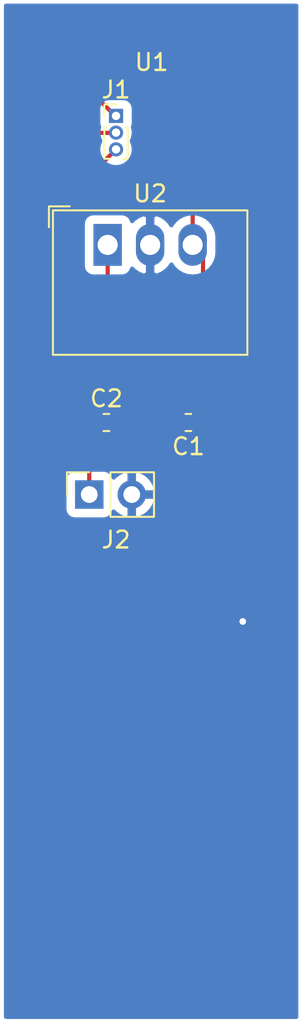
<source format=kicad_pcb>
(kicad_pcb (version 20171130) (host pcbnew "(5.1.6-0-10_14)")

  (general
    (thickness 1.6)
    (drawings 0)
    (tracks 27)
    (zones 0)
    (modules 6)
    (nets 51)
  )

  (page A4)
  (layers
    (0 F.Cu signal)
    (31 B.Cu signal)
    (32 B.Adhes user)
    (33 F.Adhes user)
    (34 B.Paste user)
    (35 F.Paste user)
    (36 B.SilkS user)
    (37 F.SilkS user)
    (38 B.Mask user)
    (39 F.Mask user)
    (40 Dwgs.User user)
    (41 Cmts.User user)
    (42 Eco1.User user)
    (43 Eco2.User user)
    (44 Edge.Cuts user)
    (45 Margin user)
    (46 B.CrtYd user)
    (47 F.CrtYd user)
    (48 B.Fab user)
    (49 F.Fab user)
  )

  (setup
    (last_trace_width 0.25)
    (trace_clearance 0.2)
    (zone_clearance 0.508)
    (zone_45_only no)
    (trace_min 0.2)
    (via_size 0.8)
    (via_drill 0.4)
    (via_min_size 0.4)
    (via_min_drill 0.3)
    (uvia_size 0.3)
    (uvia_drill 0.1)
    (uvias_allowed no)
    (uvia_min_size 0.2)
    (uvia_min_drill 0.1)
    (edge_width 0.05)
    (segment_width 0.2)
    (pcb_text_width 0.3)
    (pcb_text_size 1.5 1.5)
    (mod_edge_width 0.12)
    (mod_text_size 1 1)
    (mod_text_width 0.15)
    (pad_size 1.524 1.524)
    (pad_drill 0.762)
    (pad_to_mask_clearance 0.05)
    (aux_axis_origin 0 0)
    (visible_elements FFFFFF7F)
    (pcbplotparams
      (layerselection 0x010fc_ffffffff)
      (usegerberextensions false)
      (usegerberattributes true)
      (usegerberadvancedattributes true)
      (creategerberjobfile true)
      (excludeedgelayer true)
      (linewidth 0.100000)
      (plotframeref false)
      (viasonmask false)
      (mode 1)
      (useauxorigin false)
      (hpglpennumber 1)
      (hpglpenspeed 20)
      (hpglpendiameter 15.000000)
      (psnegative false)
      (psa4output false)
      (plotreference true)
      (plotvalue true)
      (plotinvisibletext false)
      (padsonsilk false)
      (subtractmaskfromsilk false)
      (outputformat 1)
      (mirror false)
      (drillshape 1)
      (scaleselection 1)
      (outputdirectory ""))
  )

  (net 0 "")
  (net 1 GND)
  (net 2 "Net-(C1-Pad1)")
  (net 3 "Net-(C2-Pad1)")
  (net 4 "Net-(J1-Pad3)")
  (net 5 "Net-(J1-Pad2)")
  (net 6 "Net-(J1-Pad1)")
  (net 7 "Net-(U1-PadA22)")
  (net 8 "Net-(U1-Pad21)")
  (net 9 "Net-(U1-Pad36)")
  (net 10 "Net-(U1-Pad34)")
  (net 11 "Net-(U1-Pad20)")
  (net 12 "Net-(U1-Pad13)")
  (net 13 "Net-(U1-Pad17)")
  (net 14 "Net-(U1-Pad39)")
  (net 15 "Net-(U1-PadA21)")
  (net 16 "Net-(U1-PadAGND)")
  (net 17 "Net-(U1-Pad37)")
  (net 18 "Net-(U1-Pad15)")
  (net 19 "Net-(U1-Pad22)")
  (net 20 "Net-(U1-Pad35)")
  (net 21 "Net-(U1-Pad14)")
  (net 22 "Net-(U1-Pad33)")
  (net 23 "Net-(U1-Pad18)")
  (net 24 "Net-(U1-Pad19)")
  (net 25 "Net-(U1-Pad3.3V-b)")
  (net 26 "Net-(U1-Pad23)")
  (net 27 "Net-(U1-Pad16)")
  (net 28 "Net-(U1-Pad38)")
  (net 29 "Net-(U1-Pad32)")
  (net 30 "Net-(U1-Pad31)")
  (net 31 "Net-(U1-Pad30)")
  (net 32 "Net-(U1-Pad29)")
  (net 33 "Net-(U1-Pad28)")
  (net 34 "Net-(U1-Pad27)")
  (net 35 "Net-(U1-Pad26)")
  (net 36 "Net-(U1-Pad25)")
  (net 37 "Net-(U1-Pad24)")
  (net 38 "Net-(U1-Pad3.3V-a)")
  (net 39 "Net-(U1-Pad12)")
  (net 40 "Net-(U1-Pad11)")
  (net 41 "Net-(U1-Pad10)")
  (net 42 "Net-(U1-Pad9)")
  (net 43 "Net-(U1-Pad8)")
  (net 44 "Net-(U1-Pad7)")
  (net 45 "Net-(U1-Pad6)")
  (net 46 "Net-(U1-Pad5)")
  (net 47 "Net-(U1-Pad4)")
  (net 48 "Net-(U1-Pad2)")
  (net 49 "Net-(U1-Pad1)")
  (net 50 "Net-(U1-Pad0)")

  (net_class Default "This is the default net class."
    (clearance 0.2)
    (trace_width 0.25)
    (via_dia 0.8)
    (via_drill 0.4)
    (uvia_dia 0.3)
    (uvia_drill 0.1)
    (add_net GND)
    (add_net "Net-(C1-Pad1)")
    (add_net "Net-(C2-Pad1)")
    (add_net "Net-(J1-Pad1)")
    (add_net "Net-(J1-Pad2)")
    (add_net "Net-(J1-Pad3)")
    (add_net "Net-(U1-Pad0)")
    (add_net "Net-(U1-Pad1)")
    (add_net "Net-(U1-Pad10)")
    (add_net "Net-(U1-Pad11)")
    (add_net "Net-(U1-Pad12)")
    (add_net "Net-(U1-Pad13)")
    (add_net "Net-(U1-Pad14)")
    (add_net "Net-(U1-Pad15)")
    (add_net "Net-(U1-Pad16)")
    (add_net "Net-(U1-Pad17)")
    (add_net "Net-(U1-Pad18)")
    (add_net "Net-(U1-Pad19)")
    (add_net "Net-(U1-Pad2)")
    (add_net "Net-(U1-Pad20)")
    (add_net "Net-(U1-Pad21)")
    (add_net "Net-(U1-Pad22)")
    (add_net "Net-(U1-Pad23)")
    (add_net "Net-(U1-Pad24)")
    (add_net "Net-(U1-Pad25)")
    (add_net "Net-(U1-Pad26)")
    (add_net "Net-(U1-Pad27)")
    (add_net "Net-(U1-Pad28)")
    (add_net "Net-(U1-Pad29)")
    (add_net "Net-(U1-Pad3.3V-a)")
    (add_net "Net-(U1-Pad3.3V-b)")
    (add_net "Net-(U1-Pad30)")
    (add_net "Net-(U1-Pad31)")
    (add_net "Net-(U1-Pad32)")
    (add_net "Net-(U1-Pad33)")
    (add_net "Net-(U1-Pad34)")
    (add_net "Net-(U1-Pad35)")
    (add_net "Net-(U1-Pad36)")
    (add_net "Net-(U1-Pad37)")
    (add_net "Net-(U1-Pad38)")
    (add_net "Net-(U1-Pad39)")
    (add_net "Net-(U1-Pad4)")
    (add_net "Net-(U1-Pad5)")
    (add_net "Net-(U1-Pad6)")
    (add_net "Net-(U1-Pad7)")
    (add_net "Net-(U1-Pad8)")
    (add_net "Net-(U1-Pad9)")
    (add_net "Net-(U1-PadA21)")
    (add_net "Net-(U1-PadA22)")
    (add_net "Net-(U1-PadAGND)")
  )

  (module "Teensy 3:Teensy3.6" (layer F.Cu) (tedit 5F89B7CD) (tstamp 5F8A1B9B)
    (at 151.624999 82.644999)
    (path /5F89C408)
    (fp_text reference U1 (at 0 -12.844999) (layer F.SilkS)
      (effects (font (size 1 1) (thickness 0.15)))
    )
    (fp_text value Teensy3.6 (at 0 -15.344999) (layer F.Fab)
      (effects (font (size 1 1) (thickness 0.15)))
    )
    (fp_line (start 9 -16.5) (end -9 -16.5) (layer F.CrtYd) (width 0.12))
    (fp_line (start 9 44.5) (end 9 -16.5) (layer F.CrtYd) (width 0.12))
    (fp_line (start -9 44.5) (end 9 44.5) (layer F.CrtYd) (width 0.12))
    (fp_line (start -9 -16.5) (end -9 44.5) (layer F.CrtYd) (width 0.12))
    (pad 5V smd circle (at -5.18 -8.63) (size 1.4 1.4) (layers F.Cu F.Paste F.Mask)
      (net 5 "Net-(J1-Pad2)"))
    (pad A22 smd circle (at 7.27 23.11) (size 1.4 1.4) (layers F.Cu F.Paste F.Mask)
      (net 7 "Net-(U1-PadA22)"))
    (pad 21 smd circle (at 7.27 -2.29) (size 1.4 1.4) (layers F.Cu F.Paste F.Mask)
      (net 8 "Net-(U1-Pad21)"))
    (pad 36 smd circle (at 7.27 35.67) (size 1.4 1.4) (layers F.Cu F.Paste F.Mask)
      (net 9 "Net-(U1-Pad36)"))
    (pad 34 smd circle (at 7.27 40.7) (size 1.4 1.4) (layers F.Cu F.Paste F.Mask)
      (net 10 "Net-(U1-Pad34)"))
    (pad 20 smd circle (at 7.27 0.25) (size 1.4 1.4) (layers F.Cu F.Paste F.Mask)
      (net 11 "Net-(U1-Pad20)"))
    (pad 13 smd circle (at 7.27 18.03) (size 1.4 1.4) (layers F.Cu F.Paste F.Mask)
      (net 12 "Net-(U1-Pad13)"))
    (pad 17 smd circle (at 7.27 7.87) (size 1.4 1.4) (layers F.Cu F.Paste F.Mask)
      (net 13 "Net-(U1-Pad17)"))
    (pad 39 smd circle (at 7.27 28.19) (size 1.4 1.4) (layers F.Cu F.Paste F.Mask)
      (net 14 "Net-(U1-Pad39)"))
    (pad A21 smd circle (at 7.27 25.65) (size 1.4 1.4) (layers F.Cu F.Paste F.Mask)
      (net 15 "Net-(U1-PadA21)"))
    (pad AGND smd circle (at 7.27 -12.45) (size 1.4 1.4) (layers F.Cu F.Paste F.Mask)
      (net 16 "Net-(U1-PadAGND)"))
    (pad 37 smd circle (at 7.27 33.12) (size 1.4 1.4) (layers F.Cu F.Paste F.Mask)
      (net 17 "Net-(U1-Pad37)"))
    (pad 15 smd circle (at 7.27 12.95) (size 1.4 1.4) (layers F.Cu F.Paste F.Mask)
      (net 18 "Net-(U1-Pad15)"))
    (pad 22 smd circle (at 7.27 -4.83) (size 1.4 1.4) (layers F.Cu F.Paste F.Mask)
      (net 19 "Net-(U1-Pad22)"))
    (pad 35 smd circle (at 7.27 38.21) (size 1.4 1.4) (layers F.Cu F.Paste F.Mask)
      (net 20 "Net-(U1-Pad35)"))
    (pad Vin smd circle (at 7.27 -14.99) (size 1.4 1.4) (layers F.Cu F.Paste F.Mask)
      (net 2 "Net-(C1-Pad1)"))
    (pad 14 smd circle (at 7.27 15.49) (size 1.4 1.4) (layers F.Cu F.Paste F.Mask)
      (net 21 "Net-(U1-Pad14)"))
    (pad 33 smd circle (at 7.27 42.97) (size 1.4 1.4) (layers F.Cu F.Paste F.Mask)
      (net 22 "Net-(U1-Pad33)"))
    (pad 18 smd circle (at 7.27 5.33) (size 1.4 1.4) (layers F.Cu F.Paste F.Mask)
      (net 23 "Net-(U1-Pad18)"))
    (pad 19 smd circle (at 7.27 2.79) (size 1.4 1.4) (layers F.Cu F.Paste F.Mask)
      (net 24 "Net-(U1-Pad19)"))
    (pad 3.3V-b smd circle (at 7.27 -9.91) (size 1.4 1.4) (layers F.Cu F.Paste F.Mask)
      (net 25 "Net-(U1-Pad3.3V-b)"))
    (pad 23 smd circle (at 7.27 -7.37) (size 1.4 1.4) (layers F.Cu F.Paste F.Mask)
      (net 26 "Net-(U1-Pad23)"))
    (pad 16 smd circle (at 7.27 10.41) (size 1.4 1.4) (layers F.Cu F.Paste F.Mask)
      (net 27 "Net-(U1-Pad16)"))
    (pad 38 smd circle (at 7.27 30.62) (size 1.4 1.4) (layers F.Cu F.Paste F.Mask)
      (net 28 "Net-(U1-Pad38)"))
    (pad GND2 smd circle (at 7.27 20.57) (size 1.4 1.4) (layers F.Cu F.Paste F.Mask)
      (net 1 GND))
    (pad 32 smd circle (at -7.54 42.95) (size 1.4 1.4) (layers F.Cu F.Paste F.Mask)
      (net 29 "Net-(U1-Pad32)"))
    (pad 31 smd circle (at -7.54 40.68) (size 1.4 1.4) (layers F.Cu F.Paste F.Mask)
      (net 30 "Net-(U1-Pad31)"))
    (pad 30 smd circle (at -7.54 38.19) (size 1.4 1.4) (layers F.Cu F.Paste F.Mask)
      (net 31 "Net-(U1-Pad30)"))
    (pad 29 smd circle (at -7.54 35.65) (size 1.4 1.4) (layers F.Cu F.Paste F.Mask)
      (net 32 "Net-(U1-Pad29)"))
    (pad 28 smd circle (at -7.54 33.1) (size 1.4 1.4) (layers F.Cu F.Paste F.Mask)
      (net 33 "Net-(U1-Pad28)"))
    (pad 27 smd circle (at -7.54 30.6) (size 1.4 1.4) (layers F.Cu F.Paste F.Mask)
      (net 34 "Net-(U1-Pad27)"))
    (pad 26 smd circle (at -7.54 28.17) (size 1.4 1.4) (layers F.Cu F.Paste F.Mask)
      (net 35 "Net-(U1-Pad26)"))
    (pad 25 smd circle (at -7.54 25.63) (size 1.4 1.4) (layers F.Cu F.Paste F.Mask)
      (net 36 "Net-(U1-Pad25)"))
    (pad 24 smd circle (at -7.54 23.09) (size 1.4 1.4) (layers F.Cu F.Paste F.Mask)
      (net 37 "Net-(U1-Pad24)"))
    (pad 3.3V-a smd circle (at -7.54 20.55 90) (size 1.4 1.4) (layers F.Cu F.Paste F.Mask)
      (net 38 "Net-(U1-Pad3.3V-a)"))
    (pad 12 smd circle (at -7.54 18.01) (size 1.4 1.4) (layers F.Cu F.Paste F.Mask)
      (net 39 "Net-(U1-Pad12)"))
    (pad 11 smd circle (at -7.54 15.47) (size 1.4 1.4) (layers F.Cu F.Paste F.Mask)
      (net 40 "Net-(U1-Pad11)"))
    (pad 10 smd circle (at -7.54 12.93) (size 1.4 1.4) (layers F.Cu F.Paste F.Mask)
      (net 41 "Net-(U1-Pad10)"))
    (pad 9 smd circle (at -7.54 10.39) (size 1.4 1.4) (layers F.Cu F.Paste F.Mask)
      (net 42 "Net-(U1-Pad9)"))
    (pad 8 smd circle (at -7.54 7.85) (size 1.4 1.4) (layers F.Cu F.Paste F.Mask)
      (net 43 "Net-(U1-Pad8)"))
    (pad 7 smd circle (at -7.54 5.31) (size 1.4 1.4) (layers F.Cu F.Paste F.Mask)
      (net 44 "Net-(U1-Pad7)"))
    (pad 6 smd circle (at -7.54 2.77) (size 1.4 1.4) (layers F.Cu F.Paste F.Mask)
      (net 45 "Net-(U1-Pad6)"))
    (pad 5 smd circle (at -7.54 0.23) (size 1.4 1.4) (layers F.Cu F.Paste F.Mask)
      (net 46 "Net-(U1-Pad5)"))
    (pad 4 smd circle (at -7.54 -2.31) (size 1.4 1.4) (layers F.Cu F.Paste F.Mask)
      (net 47 "Net-(U1-Pad4)"))
    (pad 3 smd circle (at -7.54 -4.85) (size 1.4 1.4) (layers F.Cu F.Paste F.Mask)
      (net 4 "Net-(J1-Pad3)"))
    (pad 2 smd circle (at -7.54 -7.39) (size 1.4 1.4) (layers F.Cu F.Paste F.Mask)
      (net 48 "Net-(U1-Pad2)"))
    (pad 1 smd circle (at -7.54 -9.93) (size 1.4 1.4) (layers F.Cu F.Paste F.Mask)
      (net 49 "Net-(U1-Pad1)"))
    (pad 0 smd circle (at -7.54 -12.47) (size 1.4 1.4) (layers F.Cu F.Paste F.Mask)
      (net 50 "Net-(U1-Pad0)"))
    (pad GND1 smd circle (at -7.54 -15.01) (size 1.4 1.4) (layers F.Cu F.Paste F.Mask)
      (net 6 "Net-(J1-Pad1)"))
  )

  (module Converter_DCDC:Converter_DCDC_RECOM_R-78B-2.0_THT (layer F.Cu) (tedit 5B741BB0) (tstamp 5F8A1CAF)
    (at 149 80.7)
    (descr "DCDC-Converter, RECOM, RECOM_R-78B-2.0, SIP-3, pitch 2.54mm, package size 11.5x8.5x17.5mm^3, https://www.recom-power.com/pdf/Innoline/R-78Bxx-2.0.pdf")
    (tags "dc-dc recom buck sip-3 pitch 2.54mm")
    (path /5F6ADF65)
    (fp_text reference U2 (at 2.54 -3.06) (layer F.SilkS)
      (effects (font (size 1 1) (thickness 0.15)))
    )
    (fp_text value R-78B5.0-2.0 (at 2.54 7.5) (layer F.Fab)
      (effects (font (size 1 1) (thickness 0.15)))
    )
    (fp_line (start 8.54 -2.25) (end -3.46 -2.25) (layer F.CrtYd) (width 0.05))
    (fp_line (start 8.54 6.75) (end 8.54 -2.25) (layer F.CrtYd) (width 0.05))
    (fp_line (start -3.46 6.75) (end 8.54 6.75) (layer F.CrtYd) (width 0.05))
    (fp_line (start -3.46 -2.25) (end -3.46 6.75) (layer F.CrtYd) (width 0.05))
    (fp_line (start -3.51 -2.3) (end -2.27 -2.3) (layer F.SilkS) (width 0.12))
    (fp_line (start -3.51 -1.06) (end -3.51 -2.3) (layer F.SilkS) (width 0.12))
    (fp_line (start 8.35 -2.06) (end 8.35 6.56) (layer F.SilkS) (width 0.12))
    (fp_line (start -3.27 -2.06) (end -3.27 6.56) (layer F.SilkS) (width 0.12))
    (fp_line (start -3.27 6.56) (end 8.35 6.56) (layer F.SilkS) (width 0.12))
    (fp_line (start -3.27 -2.06) (end 8.35 -2.06) (layer F.SilkS) (width 0.12))
    (fp_line (start -3.21 -1) (end -2.21 -2) (layer F.Fab) (width 0.1))
    (fp_line (start -3.21 6.5) (end -3.21 -1) (layer F.Fab) (width 0.1))
    (fp_line (start 8.29 6.5) (end -3.21 6.5) (layer F.Fab) (width 0.1))
    (fp_line (start 8.29 -2) (end 8.29 6.5) (layer F.Fab) (width 0.1))
    (fp_line (start -2.21 -2) (end 8.29 -2) (layer F.Fab) (width 0.1))
    (fp_text user %R (at 2.54 2.25) (layer F.Fab)
      (effects (font (size 1 1) (thickness 0.15)))
    )
    (pad 3 thru_hole oval (at 5.08 0) (size 1.7 2.5) (drill 1.2) (layers *.Cu *.Mask)
      (net 2 "Net-(C1-Pad1)"))
    (pad 2 thru_hole oval (at 2.54 0) (size 1.7 2.5) (drill 1.2) (layers *.Cu *.Mask)
      (net 1 GND))
    (pad 1 thru_hole rect (at 0 0) (size 1.7 2.5) (drill 1.2) (layers *.Cu *.Mask)
      (net 3 "Net-(C2-Pad1)"))
    (model ${KISYS3DMOD}/Converter_DCDC.3dshapes/Converter_DCDC_RECOM_R-78B-2.0_THT.wrl
      (at (xyz 0 0 0))
      (scale (xyz 1 1 1))
      (rotate (xyz 0 0 0))
    )
  )

  (module Connector_PinSocket_2.54mm:PinSocket_1x02_P2.54mm_Vertical (layer F.Cu) (tedit 5A19A420) (tstamp 5F89D84E)
    (at 147.9 95.6 90)
    (descr "Through hole straight socket strip, 1x02, 2.54mm pitch, single row (from Kicad 4.0.7), script generated")
    (tags "Through hole socket strip THT 1x02 2.54mm single row")
    (path /5F7303DF)
    (fp_text reference J2 (at -2.7 1.6 180) (layer F.SilkS)
      (effects (font (size 1 1) (thickness 0.15)))
    )
    (fp_text value "Input Power" (at -4 1.8 180) (layer F.Fab)
      (effects (font (size 1 1) (thickness 0.15)))
    )
    (fp_line (start -1.8 4.3) (end -1.8 -1.8) (layer F.CrtYd) (width 0.05))
    (fp_line (start 1.75 4.3) (end -1.8 4.3) (layer F.CrtYd) (width 0.05))
    (fp_line (start 1.75 -1.8) (end 1.75 4.3) (layer F.CrtYd) (width 0.05))
    (fp_line (start -1.8 -1.8) (end 1.75 -1.8) (layer F.CrtYd) (width 0.05))
    (fp_line (start 0 -1.33) (end 1.33 -1.33) (layer F.SilkS) (width 0.12))
    (fp_line (start 1.33 -1.33) (end 1.33 0) (layer F.SilkS) (width 0.12))
    (fp_line (start 1.33 1.27) (end 1.33 3.87) (layer F.SilkS) (width 0.12))
    (fp_line (start -1.33 3.87) (end 1.33 3.87) (layer F.SilkS) (width 0.12))
    (fp_line (start -1.33 1.27) (end -1.33 3.87) (layer F.SilkS) (width 0.12))
    (fp_line (start -1.33 1.27) (end 1.33 1.27) (layer F.SilkS) (width 0.12))
    (fp_line (start -1.27 3.81) (end -1.27 -1.27) (layer F.Fab) (width 0.1))
    (fp_line (start 1.27 3.81) (end -1.27 3.81) (layer F.Fab) (width 0.1))
    (fp_line (start 1.27 -0.635) (end 1.27 3.81) (layer F.Fab) (width 0.1))
    (fp_line (start 0.635 -1.27) (end 1.27 -0.635) (layer F.Fab) (width 0.1))
    (fp_line (start -1.27 -1.27) (end 0.635 -1.27) (layer F.Fab) (width 0.1))
    (fp_text user %R (at 0 1.27) (layer F.Fab)
      (effects (font (size 1 1) (thickness 0.15)))
    )
    (pad 2 thru_hole oval (at 0 2.54 90) (size 1.7 1.7) (drill 1) (layers *.Cu *.Mask)
      (net 1 GND))
    (pad 1 thru_hole rect (at 0 0 90) (size 1.7 1.7) (drill 1) (layers *.Cu *.Mask)
      (net 3 "Net-(C2-Pad1)"))
    (model ${KISYS3DMOD}/Connector_PinSocket_2.54mm.3dshapes/PinSocket_1x02_P2.54mm_Vertical.wrl
      (at (xyz 0 0 0))
      (scale (xyz 1 1 1))
      (rotate (xyz 0 0 0))
    )
  )

  (module Connector_PinHeader_1.00mm:PinHeader_1x03_P1.00mm_Vertical (layer F.Cu) (tedit 59FED738) (tstamp 5F8A21C4)
    (at 149.5 73)
    (descr "Through hole straight pin header, 1x03, 1.00mm pitch, single row")
    (tags "Through hole pin header THT 1x03 1.00mm single row")
    (path /5F76A19C)
    (fp_text reference J1 (at 0 -1.56) (layer F.SilkS)
      (effects (font (size 1 1) (thickness 0.15)))
    )
    (fp_text value "Servo Control Connector" (at 2.3 11.6) (layer F.Fab)
      (effects (font (size 1 0.5) (thickness 0.125)))
    )
    (fp_line (start 1.15 -1) (end -1.15 -1) (layer F.CrtYd) (width 0.05))
    (fp_line (start 1.15 3) (end 1.15 -1) (layer F.CrtYd) (width 0.05))
    (fp_line (start -1.15 3) (end 1.15 3) (layer F.CrtYd) (width 0.05))
    (fp_line (start -1.15 -1) (end -1.15 3) (layer F.CrtYd) (width 0.05))
    (fp_line (start -0.695 -0.685) (end 0 -0.685) (layer F.SilkS) (width 0.12))
    (fp_line (start -0.695 0) (end -0.695 -0.685) (layer F.SilkS) (width 0.12))
    (fp_line (start 0.608276 0.685) (end 0.695 0.685) (layer F.SilkS) (width 0.12))
    (fp_line (start -0.695 0.685) (end -0.608276 0.685) (layer F.SilkS) (width 0.12))
    (fp_line (start 0.695 0.685) (end 0.695 2.56) (layer F.SilkS) (width 0.12))
    (fp_line (start -0.695 0.685) (end -0.695 2.56) (layer F.SilkS) (width 0.12))
    (fp_line (start 0.394493 2.56) (end 0.695 2.56) (layer F.SilkS) (width 0.12))
    (fp_line (start -0.695 2.56) (end -0.394493 2.56) (layer F.SilkS) (width 0.12))
    (fp_line (start -0.635 -0.1825) (end -0.3175 -0.5) (layer F.Fab) (width 0.1))
    (fp_line (start -0.635 2.5) (end -0.635 -0.1825) (layer F.Fab) (width 0.1))
    (fp_line (start 0.635 2.5) (end -0.635 2.5) (layer F.Fab) (width 0.1))
    (fp_line (start 0.635 -0.5) (end 0.635 2.5) (layer F.Fab) (width 0.1))
    (fp_line (start -0.3175 -0.5) (end 0.635 -0.5) (layer F.Fab) (width 0.1))
    (fp_text user %R (at 0 1 90) (layer F.Fab)
      (effects (font (size 0.76 0.76) (thickness 0.114)))
    )
    (pad 3 thru_hole oval (at 0 2) (size 0.85 0.85) (drill 0.5) (layers *.Cu *.Mask)
      (net 4 "Net-(J1-Pad3)"))
    (pad 2 thru_hole oval (at 0 1) (size 0.85 0.85) (drill 0.5) (layers *.Cu *.Mask)
      (net 5 "Net-(J1-Pad2)"))
    (pad 1 thru_hole rect (at 0 0) (size 0.85 0.85) (drill 0.5) (layers *.Cu *.Mask)
      (net 6 "Net-(J1-Pad1)"))
    (model ${KISYS3DMOD}/Connector_PinHeader_1.00mm.3dshapes/PinHeader_1x03_P1.00mm_Vertical.wrl
      (at (xyz 0 0 0))
      (scale (xyz 1 1 1))
      (rotate (xyz 0 0 0))
    )
  )

  (module Capacitor_SMD:C_0603_1608Metric_Pad1.05x0.95mm_HandSolder (layer F.Cu) (tedit 5B301BBE) (tstamp 5F89E9DF)
    (at 148.925 91.3)
    (descr "Capacitor SMD 0603 (1608 Metric), square (rectangular) end terminal, IPC_7351 nominal with elongated pad for handsoldering. (Body size source: http://www.tortai-tech.com/upload/download/2011102023233369053.pdf), generated with kicad-footprint-generator")
    (tags "capacitor handsolder")
    (path /5F6B8378)
    (attr smd)
    (fp_text reference C2 (at 0 -1.43) (layer F.SilkS)
      (effects (font (size 1 1) (thickness 0.15)))
    )
    (fp_text value C (at 0 1.43) (layer F.Fab)
      (effects (font (size 1 1) (thickness 0.15)))
    )
    (fp_line (start 1.65 0.73) (end -1.65 0.73) (layer F.CrtYd) (width 0.05))
    (fp_line (start 1.65 -0.73) (end 1.65 0.73) (layer F.CrtYd) (width 0.05))
    (fp_line (start -1.65 -0.73) (end 1.65 -0.73) (layer F.CrtYd) (width 0.05))
    (fp_line (start -1.65 0.73) (end -1.65 -0.73) (layer F.CrtYd) (width 0.05))
    (fp_line (start -0.171267 0.51) (end 0.171267 0.51) (layer F.SilkS) (width 0.12))
    (fp_line (start -0.171267 -0.51) (end 0.171267 -0.51) (layer F.SilkS) (width 0.12))
    (fp_line (start 0.8 0.4) (end -0.8 0.4) (layer F.Fab) (width 0.1))
    (fp_line (start 0.8 -0.4) (end 0.8 0.4) (layer F.Fab) (width 0.1))
    (fp_line (start -0.8 -0.4) (end 0.8 -0.4) (layer F.Fab) (width 0.1))
    (fp_line (start -0.8 0.4) (end -0.8 -0.4) (layer F.Fab) (width 0.1))
    (fp_text user %R (at 0 0) (layer F.Fab)
      (effects (font (size 0.4 0.4) (thickness 0.06)))
    )
    (pad 2 smd roundrect (at 0.875 0) (size 1.05 0.95) (layers F.Cu F.Paste F.Mask) (roundrect_rratio 0.25)
      (net 1 GND))
    (pad 1 smd roundrect (at -0.875 0) (size 1.05 0.95) (layers F.Cu F.Paste F.Mask) (roundrect_rratio 0.25)
      (net 3 "Net-(C2-Pad1)"))
    (model ${KISYS3DMOD}/Capacitor_SMD.3dshapes/C_0603_1608Metric.wrl
      (at (xyz 0 0 0))
      (scale (xyz 1 1 1))
      (rotate (xyz 0 0 0))
    )
  )

  (module Capacitor_SMD:C_0603_1608Metric_Pad1.05x0.95mm_HandSolder (layer F.Cu) (tedit 5B301BBE) (tstamp 5F8A1D0D)
    (at 153.825 91.3 180)
    (descr "Capacitor SMD 0603 (1608 Metric), square (rectangular) end terminal, IPC_7351 nominal with elongated pad for handsoldering. (Body size source: http://www.tortai-tech.com/upload/download/2011102023233369053.pdf), generated with kicad-footprint-generator")
    (tags "capacitor handsolder")
    (path /5F5A2ABA)
    (attr smd)
    (fp_text reference C1 (at 0 -1.43) (layer F.SilkS)
      (effects (font (size 1 1) (thickness 0.15)))
    )
    (fp_text value C (at 0 1.43) (layer F.Fab)
      (effects (font (size 1 1) (thickness 0.15)))
    )
    (fp_line (start 1.65 0.73) (end -1.65 0.73) (layer F.CrtYd) (width 0.05))
    (fp_line (start 1.65 -0.73) (end 1.65 0.73) (layer F.CrtYd) (width 0.05))
    (fp_line (start -1.65 -0.73) (end 1.65 -0.73) (layer F.CrtYd) (width 0.05))
    (fp_line (start -1.65 0.73) (end -1.65 -0.73) (layer F.CrtYd) (width 0.05))
    (fp_line (start -0.171267 0.51) (end 0.171267 0.51) (layer F.SilkS) (width 0.12))
    (fp_line (start -0.171267 -0.51) (end 0.171267 -0.51) (layer F.SilkS) (width 0.12))
    (fp_line (start 0.8 0.4) (end -0.8 0.4) (layer F.Fab) (width 0.1))
    (fp_line (start 0.8 -0.4) (end 0.8 0.4) (layer F.Fab) (width 0.1))
    (fp_line (start -0.8 -0.4) (end 0.8 -0.4) (layer F.Fab) (width 0.1))
    (fp_line (start -0.8 0.4) (end -0.8 -0.4) (layer F.Fab) (width 0.1))
    (fp_text user %R (at -0.175 0) (layer F.Fab)
      (effects (font (size 0.4 0.4) (thickness 0.06)))
    )
    (pad 2 smd roundrect (at 0.875 0 180) (size 1.05 0.95) (layers F.Cu F.Paste F.Mask) (roundrect_rratio 0.25)
      (net 1 GND))
    (pad 1 smd roundrect (at -0.875 0 180) (size 1.05 0.95) (layers F.Cu F.Paste F.Mask) (roundrect_rratio 0.25)
      (net 2 "Net-(C1-Pad1)"))
    (model ${KISYS3DMOD}/Capacitor_SMD.3dshapes/C_0603_1608Metric.wrl
      (at (xyz 0 0 0))
      (scale (xyz 1 1 1))
      (rotate (xyz 0 0 0))
    )
  )

  (segment (start 158.88 103.2) (end 158.894999 103.214999) (width 0.25) (layer F.Cu) (net 1))
  (segment (start 149.8 91.3) (end 152.95 91.3) (width 0.25) (layer F.Cu) (net 1))
  (segment (start 149.8 91.3) (end 149.8 92.4) (width 0.25) (layer F.Cu) (net 1))
  (segment (start 150.44 93.04) (end 150.44 95.6) (width 0.25) (layer F.Cu) (net 1))
  (segment (start 149.8 92.4) (end 150.44 93.04) (width 0.25) (layer F.Cu) (net 1))
  (segment (start 158.855 103.175) (end 158.894999 103.214999) (width 0.25) (layer F.Cu) (net 1))
  (segment (start 157.075 103.175) (end 158.855 103.175) (width 0.25) (layer F.Cu) (net 1))
  (via (at 157.075 103.175) (size 0.8) (drill 0.4) (layers F.Cu B.Cu) (net 1))
  (segment (start 155.15 103.175) (end 157.075 103.175) (width 0.25) (layer B.Cu) (net 1))
  (segment (start 150.45 98.475) (end 155.15 103.175) (width 0.25) (layer B.Cu) (net 1))
  (segment (start 154.7 81.32) (end 154.08 80.7) (width 0.25) (layer F.Cu) (net 2))
  (segment (start 154.7 91.3) (end 154.7 81.32) (width 0.25) (layer F.Cu) (net 2))
  (segment (start 154.08 72.469998) (end 158.894999 67.654999) (width 0.25) (layer F.Cu) (net 2))
  (segment (start 154.08 80.7) (end 154.08 72.469998) (width 0.25) (layer F.Cu) (net 2))
  (segment (start 147.9 91.45) (end 148.05 91.3) (width 0.25) (layer F.Cu) (net 3))
  (segment (start 147.9 95.6) (end 147.9 91.45) (width 0.25) (layer F.Cu) (net 3))
  (segment (start 148.05 91.3) (end 148.05 88.85) (width 0.25) (layer F.Cu) (net 3))
  (segment (start 149 87.9) (end 149 80.7) (width 0.25) (layer F.Cu) (net 3))
  (segment (start 148.05 88.85) (end 149 87.9) (width 0.25) (layer F.Cu) (net 3))
  (segment (start 144.084999 77.794999) (end 145.279998 76.6) (width 0.25) (layer F.Cu) (net 4))
  (segment (start 147.9 76.6) (end 149.5 75) (width 0.25) (layer F.Cu) (net 4))
  (segment (start 145.279998 76.6) (end 147.9 76.6) (width 0.25) (layer F.Cu) (net 4))
  (segment (start 146.444999 74.014999) (end 146.444999 73.675001) (width 0.25) (layer F.Cu) (net 5))
  (segment (start 149.485001 74.014999) (end 149.5 74) (width 0.25) (layer F.Cu) (net 5))
  (segment (start 146.444999 74.014999) (end 149.485001 74.014999) (width 0.25) (layer F.Cu) (net 5))
  (segment (start 149.45 73) (end 149.5 73) (width 0.25) (layer F.Cu) (net 6))
  (segment (start 144.084999 67.634999) (end 149.45 73) (width 0.25) (layer F.Cu) (net 6))

  (zone (net 1) (net_name GND) (layer B.Cu) (tstamp 5F8A24C3) (hatch edge 0.508)
    (connect_pads (clearance 0.508))
    (min_thickness 0.254)
    (fill yes (arc_segments 32) (thermal_gap 0.508) (thermal_bridge_width 0.508))
    (polygon
      (pts
        (xy 160.4 126.9) (xy 142.8 126.9) (xy 142.8 66.3) (xy 160.4 66.3)
      )
    )
    (filled_polygon
      (pts
        (xy 160.273 126.773) (xy 142.927 126.773) (xy 142.927 94.75) (xy 146.411928 94.75) (xy 146.411928 96.45)
        (xy 146.424188 96.574482) (xy 146.460498 96.69418) (xy 146.519463 96.804494) (xy 146.598815 96.901185) (xy 146.695506 96.980537)
        (xy 146.80582 97.039502) (xy 146.925518 97.075812) (xy 147.05 97.088072) (xy 148.75 97.088072) (xy 148.874482 97.075812)
        (xy 148.99418 97.039502) (xy 149.104494 96.980537) (xy 149.201185 96.901185) (xy 149.280537 96.804494) (xy 149.339502 96.69418)
        (xy 149.363966 96.613534) (xy 149.439731 96.697588) (xy 149.67308 96.871641) (xy 149.935901 96.996825) (xy 150.08311 97.041476)
        (xy 150.313 96.920155) (xy 150.313 95.727) (xy 150.567 95.727) (xy 150.567 96.920155) (xy 150.79689 97.041476)
        (xy 150.944099 96.996825) (xy 151.20692 96.871641) (xy 151.440269 96.697588) (xy 151.635178 96.481355) (xy 151.784157 96.231252)
        (xy 151.881481 95.956891) (xy 151.760814 95.727) (xy 150.567 95.727) (xy 150.313 95.727) (xy 150.293 95.727)
        (xy 150.293 95.473) (xy 150.313 95.473) (xy 150.313 94.279845) (xy 150.567 94.279845) (xy 150.567 95.473)
        (xy 151.760814 95.473) (xy 151.881481 95.243109) (xy 151.784157 94.968748) (xy 151.635178 94.718645) (xy 151.440269 94.502412)
        (xy 151.20692 94.328359) (xy 150.944099 94.203175) (xy 150.79689 94.158524) (xy 150.567 94.279845) (xy 150.313 94.279845)
        (xy 150.08311 94.158524) (xy 149.935901 94.203175) (xy 149.67308 94.328359) (xy 149.439731 94.502412) (xy 149.363966 94.586466)
        (xy 149.339502 94.50582) (xy 149.280537 94.395506) (xy 149.201185 94.298815) (xy 149.104494 94.219463) (xy 148.99418 94.160498)
        (xy 148.874482 94.124188) (xy 148.75 94.111928) (xy 147.05 94.111928) (xy 146.925518 94.124188) (xy 146.80582 94.160498)
        (xy 146.695506 94.219463) (xy 146.598815 94.298815) (xy 146.519463 94.395506) (xy 146.460498 94.50582) (xy 146.424188 94.625518)
        (xy 146.411928 94.75) (xy 142.927 94.75) (xy 142.927 79.45) (xy 147.511928 79.45) (xy 147.511928 81.95)
        (xy 147.524188 82.074482) (xy 147.560498 82.19418) (xy 147.619463 82.304494) (xy 147.698815 82.401185) (xy 147.795506 82.480537)
        (xy 147.90582 82.539502) (xy 148.025518 82.575812) (xy 148.15 82.588072) (xy 149.85 82.588072) (xy 149.974482 82.575812)
        (xy 150.09418 82.539502) (xy 150.204494 82.480537) (xy 150.301185 82.401185) (xy 150.380537 82.304494) (xy 150.439502 82.19418)
        (xy 150.462225 82.119272) (xy 150.579748 82.239857) (xy 150.820574 82.405291) (xy 151.089047 82.520563) (xy 151.18311 82.541476)
        (xy 151.413 82.420155) (xy 151.413 80.827) (xy 151.393 80.827) (xy 151.393 80.573) (xy 151.413 80.573)
        (xy 151.413 78.979845) (xy 151.667 78.979845) (xy 151.667 80.573) (xy 151.687 80.573) (xy 151.687 80.827)
        (xy 151.667 80.827) (xy 151.667 82.420155) (xy 151.89689 82.541476) (xy 151.990953 82.520563) (xy 152.259426 82.405291)
        (xy 152.500252 82.239857) (xy 152.704176 82.030619) (xy 152.808105 81.870663) (xy 152.839294 81.929014) (xy 153.024866 82.155134)
        (xy 153.250987 82.340706) (xy 153.508967 82.478599) (xy 153.78889 82.563513) (xy 154.08 82.592185) (xy 154.371111 82.563513)
        (xy 154.651034 82.478599) (xy 154.909014 82.340706) (xy 155.135134 82.155134) (xy 155.320706 81.929014) (xy 155.458599 81.671034)
        (xy 155.543513 81.391111) (xy 155.565 81.172949) (xy 155.565 80.22705) (xy 155.543513 80.008889) (xy 155.458599 79.728966)
        (xy 155.320706 79.470986) (xy 155.135134 79.244866) (xy 154.909013 79.059294) (xy 154.651033 78.921401) (xy 154.37111 78.836487)
        (xy 154.08 78.807815) (xy 153.788889 78.836487) (xy 153.508966 78.921401) (xy 153.250986 79.059294) (xy 153.024866 79.244866)
        (xy 152.839294 79.470987) (xy 152.808105 79.529338) (xy 152.704176 79.369381) (xy 152.500252 79.160143) (xy 152.259426 78.994709)
        (xy 151.990953 78.879437) (xy 151.89689 78.858524) (xy 151.667 78.979845) (xy 151.413 78.979845) (xy 151.18311 78.858524)
        (xy 151.089047 78.879437) (xy 150.820574 78.994709) (xy 150.579748 79.160143) (xy 150.462225 79.280728) (xy 150.439502 79.20582)
        (xy 150.380537 79.095506) (xy 150.301185 78.998815) (xy 150.204494 78.919463) (xy 150.09418 78.860498) (xy 149.974482 78.824188)
        (xy 149.85 78.811928) (xy 148.15 78.811928) (xy 148.025518 78.824188) (xy 147.90582 78.860498) (xy 147.795506 78.919463)
        (xy 147.698815 78.998815) (xy 147.619463 79.095506) (xy 147.560498 79.20582) (xy 147.524188 79.325518) (xy 147.511928 79.45)
        (xy 142.927 79.45) (xy 142.927 72.575) (xy 148.436928 72.575) (xy 148.436928 73.425) (xy 148.449188 73.549482)
        (xy 148.485498 73.66918) (xy 148.487862 73.673603) (xy 148.480735 73.690809) (xy 148.44 73.895599) (xy 148.44 74.104401)
        (xy 148.480735 74.309191) (xy 148.559771 74.5) (xy 148.480735 74.690809) (xy 148.44 74.895599) (xy 148.44 75.104401)
        (xy 148.480735 75.309191) (xy 148.56064 75.502098) (xy 148.676644 75.675711) (xy 148.824289 75.823356) (xy 148.997902 75.93936)
        (xy 149.190809 76.019265) (xy 149.395599 76.06) (xy 149.604401 76.06) (xy 149.809191 76.019265) (xy 150.002098 75.93936)
        (xy 150.175711 75.823356) (xy 150.323356 75.675711) (xy 150.43936 75.502098) (xy 150.519265 75.309191) (xy 150.56 75.104401)
        (xy 150.56 74.895599) (xy 150.519265 74.690809) (xy 150.440229 74.5) (xy 150.519265 74.309191) (xy 150.56 74.104401)
        (xy 150.56 73.895599) (xy 150.519265 73.690809) (xy 150.512138 73.673603) (xy 150.514502 73.66918) (xy 150.550812 73.549482)
        (xy 150.563072 73.425) (xy 150.563072 72.575) (xy 150.550812 72.450518) (xy 150.514502 72.33082) (xy 150.455537 72.220506)
        (xy 150.376185 72.123815) (xy 150.279494 72.044463) (xy 150.16918 71.985498) (xy 150.049482 71.949188) (xy 149.925 71.936928)
        (xy 149.075 71.936928) (xy 148.950518 71.949188) (xy 148.83082 71.985498) (xy 148.720506 72.044463) (xy 148.623815 72.123815)
        (xy 148.544463 72.220506) (xy 148.485498 72.33082) (xy 148.449188 72.450518) (xy 148.436928 72.575) (xy 142.927 72.575)
        (xy 142.927 66.427) (xy 160.273 66.427)
      )
    )
  )
)

</source>
